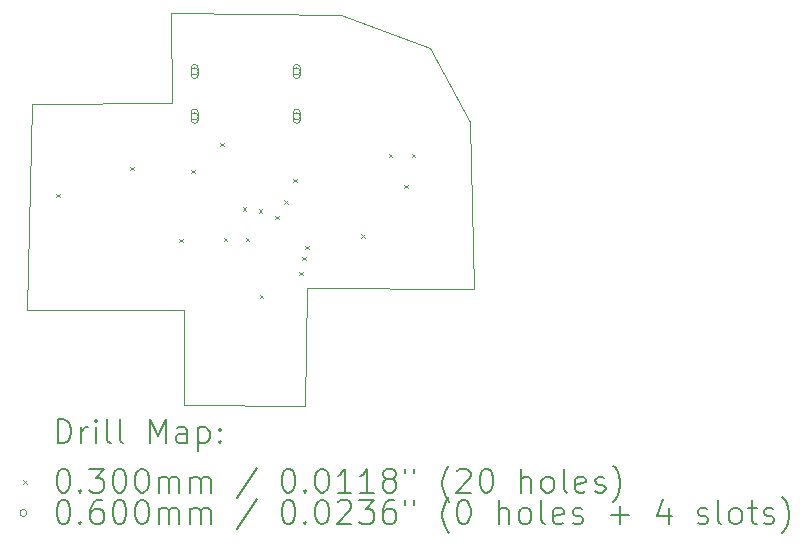
<source format=gbr>
%TF.GenerationSoftware,KiCad,Pcbnew,8.0.6*%
%TF.CreationDate,2025-05-21T19:35:11-04:00*%
%TF.ProjectId,ir_controller,69725f63-6f6e-4747-926f-6c6c65722e6b,rev?*%
%TF.SameCoordinates,Original*%
%TF.FileFunction,Drillmap*%
%TF.FilePolarity,Positive*%
%FSLAX45Y45*%
G04 Gerber Fmt 4.5, Leading zero omitted, Abs format (unit mm)*
G04 Created by KiCad (PCBNEW 8.0.6) date 2025-05-21 19:35:11*
%MOMM*%
%LPD*%
G01*
G04 APERTURE LIST*
%ADD10C,0.050000*%
%ADD11C,0.200000*%
%ADD12C,0.100000*%
G04 APERTURE END LIST*
D10*
X5641340Y-2890520D02*
X6390640Y-3175000D01*
X6733540Y-3799840D01*
X6764020Y-5214620D01*
X5356860Y-5201920D01*
X5339080Y-6202680D01*
X4312920Y-6197600D01*
X4312920Y-5392420D01*
X2984500Y-5387340D01*
X3025140Y-3649980D01*
X4206240Y-3639820D01*
X4198620Y-2877820D01*
X5641340Y-2890520D01*
D11*
D12*
X3228540Y-4407210D02*
X3258540Y-4437210D01*
X3258540Y-4407210D02*
X3228540Y-4437210D01*
X3858540Y-4177210D02*
X3888540Y-4207210D01*
X3888540Y-4177210D02*
X3858540Y-4207210D01*
X4269980Y-4785600D02*
X4299980Y-4815600D01*
X4299980Y-4785600D02*
X4269980Y-4815600D01*
X4373160Y-4201400D02*
X4403160Y-4231400D01*
X4403160Y-4201400D02*
X4373160Y-4231400D01*
X4620500Y-3975340D02*
X4650500Y-4005340D01*
X4650500Y-3975340D02*
X4620500Y-4005340D01*
X4648440Y-4779240D02*
X4678440Y-4809240D01*
X4678440Y-4779240D02*
X4648440Y-4809240D01*
X4810685Y-4518229D02*
X4840685Y-4548229D01*
X4840685Y-4518229D02*
X4810685Y-4548229D01*
X4832600Y-4779240D02*
X4862600Y-4809240D01*
X4862600Y-4779240D02*
X4832600Y-4809240D01*
X4945620Y-4539220D02*
X4975620Y-4569220D01*
X4975620Y-4539220D02*
X4945620Y-4569220D01*
X4953240Y-5263120D02*
X4983240Y-5293120D01*
X4983240Y-5263120D02*
X4953240Y-5293120D01*
X5082677Y-4590974D02*
X5112677Y-4620974D01*
X5112677Y-4590974D02*
X5082677Y-4620974D01*
X5158980Y-4460480D02*
X5188980Y-4490480D01*
X5188980Y-4460480D02*
X5158980Y-4490480D01*
X5238569Y-4280989D02*
X5268569Y-4310989D01*
X5268569Y-4280989D02*
X5238569Y-4310989D01*
X5288520Y-5065000D02*
X5318520Y-5095000D01*
X5318520Y-5065000D02*
X5288520Y-5095000D01*
X5313920Y-4939240D02*
X5343920Y-4969240D01*
X5343920Y-4939240D02*
X5313920Y-4969240D01*
X5336780Y-4846560D02*
X5366780Y-4876560D01*
X5366780Y-4846560D02*
X5336780Y-4876560D01*
X5812061Y-4747801D02*
X5842061Y-4777801D01*
X5842061Y-4747801D02*
X5812061Y-4777801D01*
X6044480Y-4068100D02*
X6074480Y-4098100D01*
X6074480Y-4068100D02*
X6044480Y-4098100D01*
X6178480Y-4328400D02*
X6208480Y-4358400D01*
X6208480Y-4328400D02*
X6178480Y-4358400D01*
X6238480Y-4068100D02*
X6268480Y-4098100D01*
X6268480Y-4068100D02*
X6238480Y-4098100D01*
X4431420Y-3370580D02*
G75*
G02*
X4371420Y-3370580I-30000J0D01*
G01*
X4371420Y-3370580D02*
G75*
G02*
X4431420Y-3370580I30000J0D01*
G01*
X4431420Y-3400580D02*
X4431420Y-3340580D01*
X4371420Y-3340580D02*
G75*
G02*
X4431420Y-3340580I30000J0D01*
G01*
X4371420Y-3340580D02*
X4371420Y-3400580D01*
X4371420Y-3400580D02*
G75*
G03*
X4431420Y-3400580I30000J0D01*
G01*
X4431420Y-3750580D02*
G75*
G02*
X4371420Y-3750580I-30000J0D01*
G01*
X4371420Y-3750580D02*
G75*
G02*
X4431420Y-3750580I30000J0D01*
G01*
X4431420Y-3780580D02*
X4431420Y-3720580D01*
X4371420Y-3720580D02*
G75*
G02*
X4431420Y-3720580I30000J0D01*
G01*
X4371420Y-3720580D02*
X4371420Y-3780580D01*
X4371420Y-3780580D02*
G75*
G03*
X4431420Y-3780580I30000J0D01*
G01*
X5295420Y-3370580D02*
G75*
G02*
X5235420Y-3370580I-30000J0D01*
G01*
X5235420Y-3370580D02*
G75*
G02*
X5295420Y-3370580I30000J0D01*
G01*
X5295420Y-3400580D02*
X5295420Y-3340580D01*
X5235420Y-3340580D02*
G75*
G02*
X5295420Y-3340580I30000J0D01*
G01*
X5235420Y-3340580D02*
X5235420Y-3400580D01*
X5235420Y-3400580D02*
G75*
G03*
X5295420Y-3400580I30000J0D01*
G01*
X5295420Y-3750580D02*
G75*
G02*
X5235420Y-3750580I-30000J0D01*
G01*
X5235420Y-3750580D02*
G75*
G02*
X5295420Y-3750580I30000J0D01*
G01*
X5295420Y-3780580D02*
X5295420Y-3720580D01*
X5235420Y-3720580D02*
G75*
G02*
X5295420Y-3720580I30000J0D01*
G01*
X5235420Y-3720580D02*
X5235420Y-3780580D01*
X5235420Y-3780580D02*
G75*
G03*
X5295420Y-3780580I30000J0D01*
G01*
D11*
X3242777Y-6516664D02*
X3242777Y-6316664D01*
X3242777Y-6316664D02*
X3290396Y-6316664D01*
X3290396Y-6316664D02*
X3318967Y-6326188D01*
X3318967Y-6326188D02*
X3338015Y-6345235D01*
X3338015Y-6345235D02*
X3347539Y-6364283D01*
X3347539Y-6364283D02*
X3357062Y-6402378D01*
X3357062Y-6402378D02*
X3357062Y-6430949D01*
X3357062Y-6430949D02*
X3347539Y-6469045D01*
X3347539Y-6469045D02*
X3338015Y-6488092D01*
X3338015Y-6488092D02*
X3318967Y-6507140D01*
X3318967Y-6507140D02*
X3290396Y-6516664D01*
X3290396Y-6516664D02*
X3242777Y-6516664D01*
X3442777Y-6516664D02*
X3442777Y-6383330D01*
X3442777Y-6421426D02*
X3452301Y-6402378D01*
X3452301Y-6402378D02*
X3461824Y-6392854D01*
X3461824Y-6392854D02*
X3480872Y-6383330D01*
X3480872Y-6383330D02*
X3499920Y-6383330D01*
X3566586Y-6516664D02*
X3566586Y-6383330D01*
X3566586Y-6316664D02*
X3557062Y-6326188D01*
X3557062Y-6326188D02*
X3566586Y-6335711D01*
X3566586Y-6335711D02*
X3576110Y-6326188D01*
X3576110Y-6326188D02*
X3566586Y-6316664D01*
X3566586Y-6316664D02*
X3566586Y-6335711D01*
X3690396Y-6516664D02*
X3671348Y-6507140D01*
X3671348Y-6507140D02*
X3661824Y-6488092D01*
X3661824Y-6488092D02*
X3661824Y-6316664D01*
X3795158Y-6516664D02*
X3776110Y-6507140D01*
X3776110Y-6507140D02*
X3766586Y-6488092D01*
X3766586Y-6488092D02*
X3766586Y-6316664D01*
X4023729Y-6516664D02*
X4023729Y-6316664D01*
X4023729Y-6316664D02*
X4090396Y-6459521D01*
X4090396Y-6459521D02*
X4157062Y-6316664D01*
X4157062Y-6316664D02*
X4157062Y-6516664D01*
X4338015Y-6516664D02*
X4338015Y-6411902D01*
X4338015Y-6411902D02*
X4328491Y-6392854D01*
X4328491Y-6392854D02*
X4309444Y-6383330D01*
X4309444Y-6383330D02*
X4271348Y-6383330D01*
X4271348Y-6383330D02*
X4252301Y-6392854D01*
X4338015Y-6507140D02*
X4318967Y-6516664D01*
X4318967Y-6516664D02*
X4271348Y-6516664D01*
X4271348Y-6516664D02*
X4252301Y-6507140D01*
X4252301Y-6507140D02*
X4242777Y-6488092D01*
X4242777Y-6488092D02*
X4242777Y-6469045D01*
X4242777Y-6469045D02*
X4252301Y-6449997D01*
X4252301Y-6449997D02*
X4271348Y-6440473D01*
X4271348Y-6440473D02*
X4318967Y-6440473D01*
X4318967Y-6440473D02*
X4338015Y-6430949D01*
X4433253Y-6383330D02*
X4433253Y-6583330D01*
X4433253Y-6392854D02*
X4452301Y-6383330D01*
X4452301Y-6383330D02*
X4490396Y-6383330D01*
X4490396Y-6383330D02*
X4509444Y-6392854D01*
X4509444Y-6392854D02*
X4518967Y-6402378D01*
X4518967Y-6402378D02*
X4528491Y-6421426D01*
X4528491Y-6421426D02*
X4528491Y-6478568D01*
X4528491Y-6478568D02*
X4518967Y-6497616D01*
X4518967Y-6497616D02*
X4509444Y-6507140D01*
X4509444Y-6507140D02*
X4490396Y-6516664D01*
X4490396Y-6516664D02*
X4452301Y-6516664D01*
X4452301Y-6516664D02*
X4433253Y-6507140D01*
X4614205Y-6497616D02*
X4623729Y-6507140D01*
X4623729Y-6507140D02*
X4614205Y-6516664D01*
X4614205Y-6516664D02*
X4604682Y-6507140D01*
X4604682Y-6507140D02*
X4614205Y-6497616D01*
X4614205Y-6497616D02*
X4614205Y-6516664D01*
X4614205Y-6392854D02*
X4623729Y-6402378D01*
X4623729Y-6402378D02*
X4614205Y-6411902D01*
X4614205Y-6411902D02*
X4604682Y-6402378D01*
X4604682Y-6402378D02*
X4614205Y-6392854D01*
X4614205Y-6392854D02*
X4614205Y-6411902D01*
D12*
X2952000Y-6830180D02*
X2982000Y-6860180D01*
X2982000Y-6830180D02*
X2952000Y-6860180D01*
D11*
X3280872Y-6736664D02*
X3299920Y-6736664D01*
X3299920Y-6736664D02*
X3318967Y-6746188D01*
X3318967Y-6746188D02*
X3328491Y-6755711D01*
X3328491Y-6755711D02*
X3338015Y-6774759D01*
X3338015Y-6774759D02*
X3347539Y-6812854D01*
X3347539Y-6812854D02*
X3347539Y-6860473D01*
X3347539Y-6860473D02*
X3338015Y-6898568D01*
X3338015Y-6898568D02*
X3328491Y-6917616D01*
X3328491Y-6917616D02*
X3318967Y-6927140D01*
X3318967Y-6927140D02*
X3299920Y-6936664D01*
X3299920Y-6936664D02*
X3280872Y-6936664D01*
X3280872Y-6936664D02*
X3261824Y-6927140D01*
X3261824Y-6927140D02*
X3252301Y-6917616D01*
X3252301Y-6917616D02*
X3242777Y-6898568D01*
X3242777Y-6898568D02*
X3233253Y-6860473D01*
X3233253Y-6860473D02*
X3233253Y-6812854D01*
X3233253Y-6812854D02*
X3242777Y-6774759D01*
X3242777Y-6774759D02*
X3252301Y-6755711D01*
X3252301Y-6755711D02*
X3261824Y-6746188D01*
X3261824Y-6746188D02*
X3280872Y-6736664D01*
X3433253Y-6917616D02*
X3442777Y-6927140D01*
X3442777Y-6927140D02*
X3433253Y-6936664D01*
X3433253Y-6936664D02*
X3423729Y-6927140D01*
X3423729Y-6927140D02*
X3433253Y-6917616D01*
X3433253Y-6917616D02*
X3433253Y-6936664D01*
X3509443Y-6736664D02*
X3633253Y-6736664D01*
X3633253Y-6736664D02*
X3566586Y-6812854D01*
X3566586Y-6812854D02*
X3595158Y-6812854D01*
X3595158Y-6812854D02*
X3614205Y-6822378D01*
X3614205Y-6822378D02*
X3623729Y-6831902D01*
X3623729Y-6831902D02*
X3633253Y-6850949D01*
X3633253Y-6850949D02*
X3633253Y-6898568D01*
X3633253Y-6898568D02*
X3623729Y-6917616D01*
X3623729Y-6917616D02*
X3614205Y-6927140D01*
X3614205Y-6927140D02*
X3595158Y-6936664D01*
X3595158Y-6936664D02*
X3538015Y-6936664D01*
X3538015Y-6936664D02*
X3518967Y-6927140D01*
X3518967Y-6927140D02*
X3509443Y-6917616D01*
X3757062Y-6736664D02*
X3776110Y-6736664D01*
X3776110Y-6736664D02*
X3795158Y-6746188D01*
X3795158Y-6746188D02*
X3804682Y-6755711D01*
X3804682Y-6755711D02*
X3814205Y-6774759D01*
X3814205Y-6774759D02*
X3823729Y-6812854D01*
X3823729Y-6812854D02*
X3823729Y-6860473D01*
X3823729Y-6860473D02*
X3814205Y-6898568D01*
X3814205Y-6898568D02*
X3804682Y-6917616D01*
X3804682Y-6917616D02*
X3795158Y-6927140D01*
X3795158Y-6927140D02*
X3776110Y-6936664D01*
X3776110Y-6936664D02*
X3757062Y-6936664D01*
X3757062Y-6936664D02*
X3738015Y-6927140D01*
X3738015Y-6927140D02*
X3728491Y-6917616D01*
X3728491Y-6917616D02*
X3718967Y-6898568D01*
X3718967Y-6898568D02*
X3709443Y-6860473D01*
X3709443Y-6860473D02*
X3709443Y-6812854D01*
X3709443Y-6812854D02*
X3718967Y-6774759D01*
X3718967Y-6774759D02*
X3728491Y-6755711D01*
X3728491Y-6755711D02*
X3738015Y-6746188D01*
X3738015Y-6746188D02*
X3757062Y-6736664D01*
X3947539Y-6736664D02*
X3966586Y-6736664D01*
X3966586Y-6736664D02*
X3985634Y-6746188D01*
X3985634Y-6746188D02*
X3995158Y-6755711D01*
X3995158Y-6755711D02*
X4004682Y-6774759D01*
X4004682Y-6774759D02*
X4014205Y-6812854D01*
X4014205Y-6812854D02*
X4014205Y-6860473D01*
X4014205Y-6860473D02*
X4004682Y-6898568D01*
X4004682Y-6898568D02*
X3995158Y-6917616D01*
X3995158Y-6917616D02*
X3985634Y-6927140D01*
X3985634Y-6927140D02*
X3966586Y-6936664D01*
X3966586Y-6936664D02*
X3947539Y-6936664D01*
X3947539Y-6936664D02*
X3928491Y-6927140D01*
X3928491Y-6927140D02*
X3918967Y-6917616D01*
X3918967Y-6917616D02*
X3909443Y-6898568D01*
X3909443Y-6898568D02*
X3899920Y-6860473D01*
X3899920Y-6860473D02*
X3899920Y-6812854D01*
X3899920Y-6812854D02*
X3909443Y-6774759D01*
X3909443Y-6774759D02*
X3918967Y-6755711D01*
X3918967Y-6755711D02*
X3928491Y-6746188D01*
X3928491Y-6746188D02*
X3947539Y-6736664D01*
X4099920Y-6936664D02*
X4099920Y-6803330D01*
X4099920Y-6822378D02*
X4109443Y-6812854D01*
X4109443Y-6812854D02*
X4128491Y-6803330D01*
X4128491Y-6803330D02*
X4157063Y-6803330D01*
X4157063Y-6803330D02*
X4176110Y-6812854D01*
X4176110Y-6812854D02*
X4185634Y-6831902D01*
X4185634Y-6831902D02*
X4185634Y-6936664D01*
X4185634Y-6831902D02*
X4195158Y-6812854D01*
X4195158Y-6812854D02*
X4214205Y-6803330D01*
X4214205Y-6803330D02*
X4242777Y-6803330D01*
X4242777Y-6803330D02*
X4261825Y-6812854D01*
X4261825Y-6812854D02*
X4271348Y-6831902D01*
X4271348Y-6831902D02*
X4271348Y-6936664D01*
X4366586Y-6936664D02*
X4366586Y-6803330D01*
X4366586Y-6822378D02*
X4376110Y-6812854D01*
X4376110Y-6812854D02*
X4395158Y-6803330D01*
X4395158Y-6803330D02*
X4423729Y-6803330D01*
X4423729Y-6803330D02*
X4442777Y-6812854D01*
X4442777Y-6812854D02*
X4452301Y-6831902D01*
X4452301Y-6831902D02*
X4452301Y-6936664D01*
X4452301Y-6831902D02*
X4461825Y-6812854D01*
X4461825Y-6812854D02*
X4480872Y-6803330D01*
X4480872Y-6803330D02*
X4509444Y-6803330D01*
X4509444Y-6803330D02*
X4528491Y-6812854D01*
X4528491Y-6812854D02*
X4538015Y-6831902D01*
X4538015Y-6831902D02*
X4538015Y-6936664D01*
X4928491Y-6727140D02*
X4757063Y-6984283D01*
X5185634Y-6736664D02*
X5204682Y-6736664D01*
X5204682Y-6736664D02*
X5223729Y-6746188D01*
X5223729Y-6746188D02*
X5233253Y-6755711D01*
X5233253Y-6755711D02*
X5242777Y-6774759D01*
X5242777Y-6774759D02*
X5252301Y-6812854D01*
X5252301Y-6812854D02*
X5252301Y-6860473D01*
X5252301Y-6860473D02*
X5242777Y-6898568D01*
X5242777Y-6898568D02*
X5233253Y-6917616D01*
X5233253Y-6917616D02*
X5223729Y-6927140D01*
X5223729Y-6927140D02*
X5204682Y-6936664D01*
X5204682Y-6936664D02*
X5185634Y-6936664D01*
X5185634Y-6936664D02*
X5166587Y-6927140D01*
X5166587Y-6927140D02*
X5157063Y-6917616D01*
X5157063Y-6917616D02*
X5147539Y-6898568D01*
X5147539Y-6898568D02*
X5138015Y-6860473D01*
X5138015Y-6860473D02*
X5138015Y-6812854D01*
X5138015Y-6812854D02*
X5147539Y-6774759D01*
X5147539Y-6774759D02*
X5157063Y-6755711D01*
X5157063Y-6755711D02*
X5166587Y-6746188D01*
X5166587Y-6746188D02*
X5185634Y-6736664D01*
X5338015Y-6917616D02*
X5347539Y-6927140D01*
X5347539Y-6927140D02*
X5338015Y-6936664D01*
X5338015Y-6936664D02*
X5328491Y-6927140D01*
X5328491Y-6927140D02*
X5338015Y-6917616D01*
X5338015Y-6917616D02*
X5338015Y-6936664D01*
X5471348Y-6736664D02*
X5490396Y-6736664D01*
X5490396Y-6736664D02*
X5509444Y-6746188D01*
X5509444Y-6746188D02*
X5518968Y-6755711D01*
X5518968Y-6755711D02*
X5528491Y-6774759D01*
X5528491Y-6774759D02*
X5538015Y-6812854D01*
X5538015Y-6812854D02*
X5538015Y-6860473D01*
X5538015Y-6860473D02*
X5528491Y-6898568D01*
X5528491Y-6898568D02*
X5518968Y-6917616D01*
X5518968Y-6917616D02*
X5509444Y-6927140D01*
X5509444Y-6927140D02*
X5490396Y-6936664D01*
X5490396Y-6936664D02*
X5471348Y-6936664D01*
X5471348Y-6936664D02*
X5452301Y-6927140D01*
X5452301Y-6927140D02*
X5442777Y-6917616D01*
X5442777Y-6917616D02*
X5433253Y-6898568D01*
X5433253Y-6898568D02*
X5423729Y-6860473D01*
X5423729Y-6860473D02*
X5423729Y-6812854D01*
X5423729Y-6812854D02*
X5433253Y-6774759D01*
X5433253Y-6774759D02*
X5442777Y-6755711D01*
X5442777Y-6755711D02*
X5452301Y-6746188D01*
X5452301Y-6746188D02*
X5471348Y-6736664D01*
X5728491Y-6936664D02*
X5614206Y-6936664D01*
X5671348Y-6936664D02*
X5671348Y-6736664D01*
X5671348Y-6736664D02*
X5652301Y-6765235D01*
X5652301Y-6765235D02*
X5633253Y-6784283D01*
X5633253Y-6784283D02*
X5614206Y-6793807D01*
X5918967Y-6936664D02*
X5804682Y-6936664D01*
X5861825Y-6936664D02*
X5861825Y-6736664D01*
X5861825Y-6736664D02*
X5842777Y-6765235D01*
X5842777Y-6765235D02*
X5823729Y-6784283D01*
X5823729Y-6784283D02*
X5804682Y-6793807D01*
X6033253Y-6822378D02*
X6014206Y-6812854D01*
X6014206Y-6812854D02*
X6004682Y-6803330D01*
X6004682Y-6803330D02*
X5995158Y-6784283D01*
X5995158Y-6784283D02*
X5995158Y-6774759D01*
X5995158Y-6774759D02*
X6004682Y-6755711D01*
X6004682Y-6755711D02*
X6014206Y-6746188D01*
X6014206Y-6746188D02*
X6033253Y-6736664D01*
X6033253Y-6736664D02*
X6071348Y-6736664D01*
X6071348Y-6736664D02*
X6090396Y-6746188D01*
X6090396Y-6746188D02*
X6099920Y-6755711D01*
X6099920Y-6755711D02*
X6109444Y-6774759D01*
X6109444Y-6774759D02*
X6109444Y-6784283D01*
X6109444Y-6784283D02*
X6099920Y-6803330D01*
X6099920Y-6803330D02*
X6090396Y-6812854D01*
X6090396Y-6812854D02*
X6071348Y-6822378D01*
X6071348Y-6822378D02*
X6033253Y-6822378D01*
X6033253Y-6822378D02*
X6014206Y-6831902D01*
X6014206Y-6831902D02*
X6004682Y-6841426D01*
X6004682Y-6841426D02*
X5995158Y-6860473D01*
X5995158Y-6860473D02*
X5995158Y-6898568D01*
X5995158Y-6898568D02*
X6004682Y-6917616D01*
X6004682Y-6917616D02*
X6014206Y-6927140D01*
X6014206Y-6927140D02*
X6033253Y-6936664D01*
X6033253Y-6936664D02*
X6071348Y-6936664D01*
X6071348Y-6936664D02*
X6090396Y-6927140D01*
X6090396Y-6927140D02*
X6099920Y-6917616D01*
X6099920Y-6917616D02*
X6109444Y-6898568D01*
X6109444Y-6898568D02*
X6109444Y-6860473D01*
X6109444Y-6860473D02*
X6099920Y-6841426D01*
X6099920Y-6841426D02*
X6090396Y-6831902D01*
X6090396Y-6831902D02*
X6071348Y-6822378D01*
X6185634Y-6736664D02*
X6185634Y-6774759D01*
X6261825Y-6736664D02*
X6261825Y-6774759D01*
X6557063Y-7012854D02*
X6547539Y-7003330D01*
X6547539Y-7003330D02*
X6528491Y-6974759D01*
X6528491Y-6974759D02*
X6518968Y-6955711D01*
X6518968Y-6955711D02*
X6509444Y-6927140D01*
X6509444Y-6927140D02*
X6499920Y-6879521D01*
X6499920Y-6879521D02*
X6499920Y-6841426D01*
X6499920Y-6841426D02*
X6509444Y-6793807D01*
X6509444Y-6793807D02*
X6518968Y-6765235D01*
X6518968Y-6765235D02*
X6528491Y-6746188D01*
X6528491Y-6746188D02*
X6547539Y-6717616D01*
X6547539Y-6717616D02*
X6557063Y-6708092D01*
X6623729Y-6755711D02*
X6633253Y-6746188D01*
X6633253Y-6746188D02*
X6652301Y-6736664D01*
X6652301Y-6736664D02*
X6699920Y-6736664D01*
X6699920Y-6736664D02*
X6718968Y-6746188D01*
X6718968Y-6746188D02*
X6728491Y-6755711D01*
X6728491Y-6755711D02*
X6738015Y-6774759D01*
X6738015Y-6774759D02*
X6738015Y-6793807D01*
X6738015Y-6793807D02*
X6728491Y-6822378D01*
X6728491Y-6822378D02*
X6614206Y-6936664D01*
X6614206Y-6936664D02*
X6738015Y-6936664D01*
X6861825Y-6736664D02*
X6880872Y-6736664D01*
X6880872Y-6736664D02*
X6899920Y-6746188D01*
X6899920Y-6746188D02*
X6909444Y-6755711D01*
X6909444Y-6755711D02*
X6918968Y-6774759D01*
X6918968Y-6774759D02*
X6928491Y-6812854D01*
X6928491Y-6812854D02*
X6928491Y-6860473D01*
X6928491Y-6860473D02*
X6918968Y-6898568D01*
X6918968Y-6898568D02*
X6909444Y-6917616D01*
X6909444Y-6917616D02*
X6899920Y-6927140D01*
X6899920Y-6927140D02*
X6880872Y-6936664D01*
X6880872Y-6936664D02*
X6861825Y-6936664D01*
X6861825Y-6936664D02*
X6842777Y-6927140D01*
X6842777Y-6927140D02*
X6833253Y-6917616D01*
X6833253Y-6917616D02*
X6823729Y-6898568D01*
X6823729Y-6898568D02*
X6814206Y-6860473D01*
X6814206Y-6860473D02*
X6814206Y-6812854D01*
X6814206Y-6812854D02*
X6823729Y-6774759D01*
X6823729Y-6774759D02*
X6833253Y-6755711D01*
X6833253Y-6755711D02*
X6842777Y-6746188D01*
X6842777Y-6746188D02*
X6861825Y-6736664D01*
X7166587Y-6936664D02*
X7166587Y-6736664D01*
X7252301Y-6936664D02*
X7252301Y-6831902D01*
X7252301Y-6831902D02*
X7242777Y-6812854D01*
X7242777Y-6812854D02*
X7223730Y-6803330D01*
X7223730Y-6803330D02*
X7195158Y-6803330D01*
X7195158Y-6803330D02*
X7176110Y-6812854D01*
X7176110Y-6812854D02*
X7166587Y-6822378D01*
X7376110Y-6936664D02*
X7357063Y-6927140D01*
X7357063Y-6927140D02*
X7347539Y-6917616D01*
X7347539Y-6917616D02*
X7338015Y-6898568D01*
X7338015Y-6898568D02*
X7338015Y-6841426D01*
X7338015Y-6841426D02*
X7347539Y-6822378D01*
X7347539Y-6822378D02*
X7357063Y-6812854D01*
X7357063Y-6812854D02*
X7376110Y-6803330D01*
X7376110Y-6803330D02*
X7404682Y-6803330D01*
X7404682Y-6803330D02*
X7423730Y-6812854D01*
X7423730Y-6812854D02*
X7433253Y-6822378D01*
X7433253Y-6822378D02*
X7442777Y-6841426D01*
X7442777Y-6841426D02*
X7442777Y-6898568D01*
X7442777Y-6898568D02*
X7433253Y-6917616D01*
X7433253Y-6917616D02*
X7423730Y-6927140D01*
X7423730Y-6927140D02*
X7404682Y-6936664D01*
X7404682Y-6936664D02*
X7376110Y-6936664D01*
X7557063Y-6936664D02*
X7538015Y-6927140D01*
X7538015Y-6927140D02*
X7528491Y-6908092D01*
X7528491Y-6908092D02*
X7528491Y-6736664D01*
X7709444Y-6927140D02*
X7690396Y-6936664D01*
X7690396Y-6936664D02*
X7652301Y-6936664D01*
X7652301Y-6936664D02*
X7633253Y-6927140D01*
X7633253Y-6927140D02*
X7623730Y-6908092D01*
X7623730Y-6908092D02*
X7623730Y-6831902D01*
X7623730Y-6831902D02*
X7633253Y-6812854D01*
X7633253Y-6812854D02*
X7652301Y-6803330D01*
X7652301Y-6803330D02*
X7690396Y-6803330D01*
X7690396Y-6803330D02*
X7709444Y-6812854D01*
X7709444Y-6812854D02*
X7718968Y-6831902D01*
X7718968Y-6831902D02*
X7718968Y-6850949D01*
X7718968Y-6850949D02*
X7623730Y-6869997D01*
X7795158Y-6927140D02*
X7814206Y-6936664D01*
X7814206Y-6936664D02*
X7852301Y-6936664D01*
X7852301Y-6936664D02*
X7871349Y-6927140D01*
X7871349Y-6927140D02*
X7880872Y-6908092D01*
X7880872Y-6908092D02*
X7880872Y-6898568D01*
X7880872Y-6898568D02*
X7871349Y-6879521D01*
X7871349Y-6879521D02*
X7852301Y-6869997D01*
X7852301Y-6869997D02*
X7823730Y-6869997D01*
X7823730Y-6869997D02*
X7804682Y-6860473D01*
X7804682Y-6860473D02*
X7795158Y-6841426D01*
X7795158Y-6841426D02*
X7795158Y-6831902D01*
X7795158Y-6831902D02*
X7804682Y-6812854D01*
X7804682Y-6812854D02*
X7823730Y-6803330D01*
X7823730Y-6803330D02*
X7852301Y-6803330D01*
X7852301Y-6803330D02*
X7871349Y-6812854D01*
X7947539Y-7012854D02*
X7957063Y-7003330D01*
X7957063Y-7003330D02*
X7976111Y-6974759D01*
X7976111Y-6974759D02*
X7985634Y-6955711D01*
X7985634Y-6955711D02*
X7995158Y-6927140D01*
X7995158Y-6927140D02*
X8004682Y-6879521D01*
X8004682Y-6879521D02*
X8004682Y-6841426D01*
X8004682Y-6841426D02*
X7995158Y-6793807D01*
X7995158Y-6793807D02*
X7985634Y-6765235D01*
X7985634Y-6765235D02*
X7976111Y-6746188D01*
X7976111Y-6746188D02*
X7957063Y-6717616D01*
X7957063Y-6717616D02*
X7947539Y-6708092D01*
D12*
X2982000Y-7109180D02*
G75*
G02*
X2922000Y-7109180I-30000J0D01*
G01*
X2922000Y-7109180D02*
G75*
G02*
X2982000Y-7109180I30000J0D01*
G01*
D11*
X3280872Y-7000664D02*
X3299920Y-7000664D01*
X3299920Y-7000664D02*
X3318967Y-7010188D01*
X3318967Y-7010188D02*
X3328491Y-7019711D01*
X3328491Y-7019711D02*
X3338015Y-7038759D01*
X3338015Y-7038759D02*
X3347539Y-7076854D01*
X3347539Y-7076854D02*
X3347539Y-7124473D01*
X3347539Y-7124473D02*
X3338015Y-7162568D01*
X3338015Y-7162568D02*
X3328491Y-7181616D01*
X3328491Y-7181616D02*
X3318967Y-7191140D01*
X3318967Y-7191140D02*
X3299920Y-7200664D01*
X3299920Y-7200664D02*
X3280872Y-7200664D01*
X3280872Y-7200664D02*
X3261824Y-7191140D01*
X3261824Y-7191140D02*
X3252301Y-7181616D01*
X3252301Y-7181616D02*
X3242777Y-7162568D01*
X3242777Y-7162568D02*
X3233253Y-7124473D01*
X3233253Y-7124473D02*
X3233253Y-7076854D01*
X3233253Y-7076854D02*
X3242777Y-7038759D01*
X3242777Y-7038759D02*
X3252301Y-7019711D01*
X3252301Y-7019711D02*
X3261824Y-7010188D01*
X3261824Y-7010188D02*
X3280872Y-7000664D01*
X3433253Y-7181616D02*
X3442777Y-7191140D01*
X3442777Y-7191140D02*
X3433253Y-7200664D01*
X3433253Y-7200664D02*
X3423729Y-7191140D01*
X3423729Y-7191140D02*
X3433253Y-7181616D01*
X3433253Y-7181616D02*
X3433253Y-7200664D01*
X3614205Y-7000664D02*
X3576110Y-7000664D01*
X3576110Y-7000664D02*
X3557062Y-7010188D01*
X3557062Y-7010188D02*
X3547539Y-7019711D01*
X3547539Y-7019711D02*
X3528491Y-7048283D01*
X3528491Y-7048283D02*
X3518967Y-7086378D01*
X3518967Y-7086378D02*
X3518967Y-7162568D01*
X3518967Y-7162568D02*
X3528491Y-7181616D01*
X3528491Y-7181616D02*
X3538015Y-7191140D01*
X3538015Y-7191140D02*
X3557062Y-7200664D01*
X3557062Y-7200664D02*
X3595158Y-7200664D01*
X3595158Y-7200664D02*
X3614205Y-7191140D01*
X3614205Y-7191140D02*
X3623729Y-7181616D01*
X3623729Y-7181616D02*
X3633253Y-7162568D01*
X3633253Y-7162568D02*
X3633253Y-7114949D01*
X3633253Y-7114949D02*
X3623729Y-7095902D01*
X3623729Y-7095902D02*
X3614205Y-7086378D01*
X3614205Y-7086378D02*
X3595158Y-7076854D01*
X3595158Y-7076854D02*
X3557062Y-7076854D01*
X3557062Y-7076854D02*
X3538015Y-7086378D01*
X3538015Y-7086378D02*
X3528491Y-7095902D01*
X3528491Y-7095902D02*
X3518967Y-7114949D01*
X3757062Y-7000664D02*
X3776110Y-7000664D01*
X3776110Y-7000664D02*
X3795158Y-7010188D01*
X3795158Y-7010188D02*
X3804682Y-7019711D01*
X3804682Y-7019711D02*
X3814205Y-7038759D01*
X3814205Y-7038759D02*
X3823729Y-7076854D01*
X3823729Y-7076854D02*
X3823729Y-7124473D01*
X3823729Y-7124473D02*
X3814205Y-7162568D01*
X3814205Y-7162568D02*
X3804682Y-7181616D01*
X3804682Y-7181616D02*
X3795158Y-7191140D01*
X3795158Y-7191140D02*
X3776110Y-7200664D01*
X3776110Y-7200664D02*
X3757062Y-7200664D01*
X3757062Y-7200664D02*
X3738015Y-7191140D01*
X3738015Y-7191140D02*
X3728491Y-7181616D01*
X3728491Y-7181616D02*
X3718967Y-7162568D01*
X3718967Y-7162568D02*
X3709443Y-7124473D01*
X3709443Y-7124473D02*
X3709443Y-7076854D01*
X3709443Y-7076854D02*
X3718967Y-7038759D01*
X3718967Y-7038759D02*
X3728491Y-7019711D01*
X3728491Y-7019711D02*
X3738015Y-7010188D01*
X3738015Y-7010188D02*
X3757062Y-7000664D01*
X3947539Y-7000664D02*
X3966586Y-7000664D01*
X3966586Y-7000664D02*
X3985634Y-7010188D01*
X3985634Y-7010188D02*
X3995158Y-7019711D01*
X3995158Y-7019711D02*
X4004682Y-7038759D01*
X4004682Y-7038759D02*
X4014205Y-7076854D01*
X4014205Y-7076854D02*
X4014205Y-7124473D01*
X4014205Y-7124473D02*
X4004682Y-7162568D01*
X4004682Y-7162568D02*
X3995158Y-7181616D01*
X3995158Y-7181616D02*
X3985634Y-7191140D01*
X3985634Y-7191140D02*
X3966586Y-7200664D01*
X3966586Y-7200664D02*
X3947539Y-7200664D01*
X3947539Y-7200664D02*
X3928491Y-7191140D01*
X3928491Y-7191140D02*
X3918967Y-7181616D01*
X3918967Y-7181616D02*
X3909443Y-7162568D01*
X3909443Y-7162568D02*
X3899920Y-7124473D01*
X3899920Y-7124473D02*
X3899920Y-7076854D01*
X3899920Y-7076854D02*
X3909443Y-7038759D01*
X3909443Y-7038759D02*
X3918967Y-7019711D01*
X3918967Y-7019711D02*
X3928491Y-7010188D01*
X3928491Y-7010188D02*
X3947539Y-7000664D01*
X4099920Y-7200664D02*
X4099920Y-7067330D01*
X4099920Y-7086378D02*
X4109443Y-7076854D01*
X4109443Y-7076854D02*
X4128491Y-7067330D01*
X4128491Y-7067330D02*
X4157063Y-7067330D01*
X4157063Y-7067330D02*
X4176110Y-7076854D01*
X4176110Y-7076854D02*
X4185634Y-7095902D01*
X4185634Y-7095902D02*
X4185634Y-7200664D01*
X4185634Y-7095902D02*
X4195158Y-7076854D01*
X4195158Y-7076854D02*
X4214205Y-7067330D01*
X4214205Y-7067330D02*
X4242777Y-7067330D01*
X4242777Y-7067330D02*
X4261825Y-7076854D01*
X4261825Y-7076854D02*
X4271348Y-7095902D01*
X4271348Y-7095902D02*
X4271348Y-7200664D01*
X4366586Y-7200664D02*
X4366586Y-7067330D01*
X4366586Y-7086378D02*
X4376110Y-7076854D01*
X4376110Y-7076854D02*
X4395158Y-7067330D01*
X4395158Y-7067330D02*
X4423729Y-7067330D01*
X4423729Y-7067330D02*
X4442777Y-7076854D01*
X4442777Y-7076854D02*
X4452301Y-7095902D01*
X4452301Y-7095902D02*
X4452301Y-7200664D01*
X4452301Y-7095902D02*
X4461825Y-7076854D01*
X4461825Y-7076854D02*
X4480872Y-7067330D01*
X4480872Y-7067330D02*
X4509444Y-7067330D01*
X4509444Y-7067330D02*
X4528491Y-7076854D01*
X4528491Y-7076854D02*
X4538015Y-7095902D01*
X4538015Y-7095902D02*
X4538015Y-7200664D01*
X4928491Y-6991140D02*
X4757063Y-7248283D01*
X5185634Y-7000664D02*
X5204682Y-7000664D01*
X5204682Y-7000664D02*
X5223729Y-7010188D01*
X5223729Y-7010188D02*
X5233253Y-7019711D01*
X5233253Y-7019711D02*
X5242777Y-7038759D01*
X5242777Y-7038759D02*
X5252301Y-7076854D01*
X5252301Y-7076854D02*
X5252301Y-7124473D01*
X5252301Y-7124473D02*
X5242777Y-7162568D01*
X5242777Y-7162568D02*
X5233253Y-7181616D01*
X5233253Y-7181616D02*
X5223729Y-7191140D01*
X5223729Y-7191140D02*
X5204682Y-7200664D01*
X5204682Y-7200664D02*
X5185634Y-7200664D01*
X5185634Y-7200664D02*
X5166587Y-7191140D01*
X5166587Y-7191140D02*
X5157063Y-7181616D01*
X5157063Y-7181616D02*
X5147539Y-7162568D01*
X5147539Y-7162568D02*
X5138015Y-7124473D01*
X5138015Y-7124473D02*
X5138015Y-7076854D01*
X5138015Y-7076854D02*
X5147539Y-7038759D01*
X5147539Y-7038759D02*
X5157063Y-7019711D01*
X5157063Y-7019711D02*
X5166587Y-7010188D01*
X5166587Y-7010188D02*
X5185634Y-7000664D01*
X5338015Y-7181616D02*
X5347539Y-7191140D01*
X5347539Y-7191140D02*
X5338015Y-7200664D01*
X5338015Y-7200664D02*
X5328491Y-7191140D01*
X5328491Y-7191140D02*
X5338015Y-7181616D01*
X5338015Y-7181616D02*
X5338015Y-7200664D01*
X5471348Y-7000664D02*
X5490396Y-7000664D01*
X5490396Y-7000664D02*
X5509444Y-7010188D01*
X5509444Y-7010188D02*
X5518968Y-7019711D01*
X5518968Y-7019711D02*
X5528491Y-7038759D01*
X5528491Y-7038759D02*
X5538015Y-7076854D01*
X5538015Y-7076854D02*
X5538015Y-7124473D01*
X5538015Y-7124473D02*
X5528491Y-7162568D01*
X5528491Y-7162568D02*
X5518968Y-7181616D01*
X5518968Y-7181616D02*
X5509444Y-7191140D01*
X5509444Y-7191140D02*
X5490396Y-7200664D01*
X5490396Y-7200664D02*
X5471348Y-7200664D01*
X5471348Y-7200664D02*
X5452301Y-7191140D01*
X5452301Y-7191140D02*
X5442777Y-7181616D01*
X5442777Y-7181616D02*
X5433253Y-7162568D01*
X5433253Y-7162568D02*
X5423729Y-7124473D01*
X5423729Y-7124473D02*
X5423729Y-7076854D01*
X5423729Y-7076854D02*
X5433253Y-7038759D01*
X5433253Y-7038759D02*
X5442777Y-7019711D01*
X5442777Y-7019711D02*
X5452301Y-7010188D01*
X5452301Y-7010188D02*
X5471348Y-7000664D01*
X5614206Y-7019711D02*
X5623729Y-7010188D01*
X5623729Y-7010188D02*
X5642777Y-7000664D01*
X5642777Y-7000664D02*
X5690396Y-7000664D01*
X5690396Y-7000664D02*
X5709444Y-7010188D01*
X5709444Y-7010188D02*
X5718967Y-7019711D01*
X5718967Y-7019711D02*
X5728491Y-7038759D01*
X5728491Y-7038759D02*
X5728491Y-7057807D01*
X5728491Y-7057807D02*
X5718967Y-7086378D01*
X5718967Y-7086378D02*
X5604682Y-7200664D01*
X5604682Y-7200664D02*
X5728491Y-7200664D01*
X5795158Y-7000664D02*
X5918967Y-7000664D01*
X5918967Y-7000664D02*
X5852301Y-7076854D01*
X5852301Y-7076854D02*
X5880872Y-7076854D01*
X5880872Y-7076854D02*
X5899920Y-7086378D01*
X5899920Y-7086378D02*
X5909444Y-7095902D01*
X5909444Y-7095902D02*
X5918967Y-7114949D01*
X5918967Y-7114949D02*
X5918967Y-7162568D01*
X5918967Y-7162568D02*
X5909444Y-7181616D01*
X5909444Y-7181616D02*
X5899920Y-7191140D01*
X5899920Y-7191140D02*
X5880872Y-7200664D01*
X5880872Y-7200664D02*
X5823729Y-7200664D01*
X5823729Y-7200664D02*
X5804682Y-7191140D01*
X5804682Y-7191140D02*
X5795158Y-7181616D01*
X6090396Y-7000664D02*
X6052301Y-7000664D01*
X6052301Y-7000664D02*
X6033253Y-7010188D01*
X6033253Y-7010188D02*
X6023729Y-7019711D01*
X6023729Y-7019711D02*
X6004682Y-7048283D01*
X6004682Y-7048283D02*
X5995158Y-7086378D01*
X5995158Y-7086378D02*
X5995158Y-7162568D01*
X5995158Y-7162568D02*
X6004682Y-7181616D01*
X6004682Y-7181616D02*
X6014206Y-7191140D01*
X6014206Y-7191140D02*
X6033253Y-7200664D01*
X6033253Y-7200664D02*
X6071348Y-7200664D01*
X6071348Y-7200664D02*
X6090396Y-7191140D01*
X6090396Y-7191140D02*
X6099920Y-7181616D01*
X6099920Y-7181616D02*
X6109444Y-7162568D01*
X6109444Y-7162568D02*
X6109444Y-7114949D01*
X6109444Y-7114949D02*
X6099920Y-7095902D01*
X6099920Y-7095902D02*
X6090396Y-7086378D01*
X6090396Y-7086378D02*
X6071348Y-7076854D01*
X6071348Y-7076854D02*
X6033253Y-7076854D01*
X6033253Y-7076854D02*
X6014206Y-7086378D01*
X6014206Y-7086378D02*
X6004682Y-7095902D01*
X6004682Y-7095902D02*
X5995158Y-7114949D01*
X6185634Y-7000664D02*
X6185634Y-7038759D01*
X6261825Y-7000664D02*
X6261825Y-7038759D01*
X6557063Y-7276854D02*
X6547539Y-7267330D01*
X6547539Y-7267330D02*
X6528491Y-7238759D01*
X6528491Y-7238759D02*
X6518968Y-7219711D01*
X6518968Y-7219711D02*
X6509444Y-7191140D01*
X6509444Y-7191140D02*
X6499920Y-7143521D01*
X6499920Y-7143521D02*
X6499920Y-7105426D01*
X6499920Y-7105426D02*
X6509444Y-7057807D01*
X6509444Y-7057807D02*
X6518968Y-7029235D01*
X6518968Y-7029235D02*
X6528491Y-7010188D01*
X6528491Y-7010188D02*
X6547539Y-6981616D01*
X6547539Y-6981616D02*
X6557063Y-6972092D01*
X6671348Y-7000664D02*
X6690396Y-7000664D01*
X6690396Y-7000664D02*
X6709444Y-7010188D01*
X6709444Y-7010188D02*
X6718968Y-7019711D01*
X6718968Y-7019711D02*
X6728491Y-7038759D01*
X6728491Y-7038759D02*
X6738015Y-7076854D01*
X6738015Y-7076854D02*
X6738015Y-7124473D01*
X6738015Y-7124473D02*
X6728491Y-7162568D01*
X6728491Y-7162568D02*
X6718968Y-7181616D01*
X6718968Y-7181616D02*
X6709444Y-7191140D01*
X6709444Y-7191140D02*
X6690396Y-7200664D01*
X6690396Y-7200664D02*
X6671348Y-7200664D01*
X6671348Y-7200664D02*
X6652301Y-7191140D01*
X6652301Y-7191140D02*
X6642777Y-7181616D01*
X6642777Y-7181616D02*
X6633253Y-7162568D01*
X6633253Y-7162568D02*
X6623729Y-7124473D01*
X6623729Y-7124473D02*
X6623729Y-7076854D01*
X6623729Y-7076854D02*
X6633253Y-7038759D01*
X6633253Y-7038759D02*
X6642777Y-7019711D01*
X6642777Y-7019711D02*
X6652301Y-7010188D01*
X6652301Y-7010188D02*
X6671348Y-7000664D01*
X6976110Y-7200664D02*
X6976110Y-7000664D01*
X7061825Y-7200664D02*
X7061825Y-7095902D01*
X7061825Y-7095902D02*
X7052301Y-7076854D01*
X7052301Y-7076854D02*
X7033253Y-7067330D01*
X7033253Y-7067330D02*
X7004682Y-7067330D01*
X7004682Y-7067330D02*
X6985634Y-7076854D01*
X6985634Y-7076854D02*
X6976110Y-7086378D01*
X7185634Y-7200664D02*
X7166587Y-7191140D01*
X7166587Y-7191140D02*
X7157063Y-7181616D01*
X7157063Y-7181616D02*
X7147539Y-7162568D01*
X7147539Y-7162568D02*
X7147539Y-7105426D01*
X7147539Y-7105426D02*
X7157063Y-7086378D01*
X7157063Y-7086378D02*
X7166587Y-7076854D01*
X7166587Y-7076854D02*
X7185634Y-7067330D01*
X7185634Y-7067330D02*
X7214206Y-7067330D01*
X7214206Y-7067330D02*
X7233253Y-7076854D01*
X7233253Y-7076854D02*
X7242777Y-7086378D01*
X7242777Y-7086378D02*
X7252301Y-7105426D01*
X7252301Y-7105426D02*
X7252301Y-7162568D01*
X7252301Y-7162568D02*
X7242777Y-7181616D01*
X7242777Y-7181616D02*
X7233253Y-7191140D01*
X7233253Y-7191140D02*
X7214206Y-7200664D01*
X7214206Y-7200664D02*
X7185634Y-7200664D01*
X7366587Y-7200664D02*
X7347539Y-7191140D01*
X7347539Y-7191140D02*
X7338015Y-7172092D01*
X7338015Y-7172092D02*
X7338015Y-7000664D01*
X7518968Y-7191140D02*
X7499920Y-7200664D01*
X7499920Y-7200664D02*
X7461825Y-7200664D01*
X7461825Y-7200664D02*
X7442777Y-7191140D01*
X7442777Y-7191140D02*
X7433253Y-7172092D01*
X7433253Y-7172092D02*
X7433253Y-7095902D01*
X7433253Y-7095902D02*
X7442777Y-7076854D01*
X7442777Y-7076854D02*
X7461825Y-7067330D01*
X7461825Y-7067330D02*
X7499920Y-7067330D01*
X7499920Y-7067330D02*
X7518968Y-7076854D01*
X7518968Y-7076854D02*
X7528491Y-7095902D01*
X7528491Y-7095902D02*
X7528491Y-7114949D01*
X7528491Y-7114949D02*
X7433253Y-7133997D01*
X7604682Y-7191140D02*
X7623730Y-7200664D01*
X7623730Y-7200664D02*
X7661825Y-7200664D01*
X7661825Y-7200664D02*
X7680872Y-7191140D01*
X7680872Y-7191140D02*
X7690396Y-7172092D01*
X7690396Y-7172092D02*
X7690396Y-7162568D01*
X7690396Y-7162568D02*
X7680872Y-7143521D01*
X7680872Y-7143521D02*
X7661825Y-7133997D01*
X7661825Y-7133997D02*
X7633253Y-7133997D01*
X7633253Y-7133997D02*
X7614206Y-7124473D01*
X7614206Y-7124473D02*
X7604682Y-7105426D01*
X7604682Y-7105426D02*
X7604682Y-7095902D01*
X7604682Y-7095902D02*
X7614206Y-7076854D01*
X7614206Y-7076854D02*
X7633253Y-7067330D01*
X7633253Y-7067330D02*
X7661825Y-7067330D01*
X7661825Y-7067330D02*
X7680872Y-7076854D01*
X7928492Y-7124473D02*
X8080873Y-7124473D01*
X8004682Y-7200664D02*
X8004682Y-7048283D01*
X8414206Y-7067330D02*
X8414206Y-7200664D01*
X8366587Y-6991140D02*
X8318968Y-7133997D01*
X8318968Y-7133997D02*
X8442777Y-7133997D01*
X8661825Y-7191140D02*
X8680873Y-7200664D01*
X8680873Y-7200664D02*
X8718968Y-7200664D01*
X8718968Y-7200664D02*
X8738016Y-7191140D01*
X8738016Y-7191140D02*
X8747539Y-7172092D01*
X8747539Y-7172092D02*
X8747539Y-7162568D01*
X8747539Y-7162568D02*
X8738016Y-7143521D01*
X8738016Y-7143521D02*
X8718968Y-7133997D01*
X8718968Y-7133997D02*
X8690396Y-7133997D01*
X8690396Y-7133997D02*
X8671349Y-7124473D01*
X8671349Y-7124473D02*
X8661825Y-7105426D01*
X8661825Y-7105426D02*
X8661825Y-7095902D01*
X8661825Y-7095902D02*
X8671349Y-7076854D01*
X8671349Y-7076854D02*
X8690396Y-7067330D01*
X8690396Y-7067330D02*
X8718968Y-7067330D01*
X8718968Y-7067330D02*
X8738016Y-7076854D01*
X8861825Y-7200664D02*
X8842777Y-7191140D01*
X8842777Y-7191140D02*
X8833254Y-7172092D01*
X8833254Y-7172092D02*
X8833254Y-7000664D01*
X8966587Y-7200664D02*
X8947539Y-7191140D01*
X8947539Y-7191140D02*
X8938016Y-7181616D01*
X8938016Y-7181616D02*
X8928492Y-7162568D01*
X8928492Y-7162568D02*
X8928492Y-7105426D01*
X8928492Y-7105426D02*
X8938016Y-7086378D01*
X8938016Y-7086378D02*
X8947539Y-7076854D01*
X8947539Y-7076854D02*
X8966587Y-7067330D01*
X8966587Y-7067330D02*
X8995158Y-7067330D01*
X8995158Y-7067330D02*
X9014206Y-7076854D01*
X9014206Y-7076854D02*
X9023730Y-7086378D01*
X9023730Y-7086378D02*
X9033254Y-7105426D01*
X9033254Y-7105426D02*
X9033254Y-7162568D01*
X9033254Y-7162568D02*
X9023730Y-7181616D01*
X9023730Y-7181616D02*
X9014206Y-7191140D01*
X9014206Y-7191140D02*
X8995158Y-7200664D01*
X8995158Y-7200664D02*
X8966587Y-7200664D01*
X9090397Y-7067330D02*
X9166587Y-7067330D01*
X9118968Y-7000664D02*
X9118968Y-7172092D01*
X9118968Y-7172092D02*
X9128492Y-7191140D01*
X9128492Y-7191140D02*
X9147539Y-7200664D01*
X9147539Y-7200664D02*
X9166587Y-7200664D01*
X9223730Y-7191140D02*
X9242777Y-7200664D01*
X9242777Y-7200664D02*
X9280873Y-7200664D01*
X9280873Y-7200664D02*
X9299920Y-7191140D01*
X9299920Y-7191140D02*
X9309444Y-7172092D01*
X9309444Y-7172092D02*
X9309444Y-7162568D01*
X9309444Y-7162568D02*
X9299920Y-7143521D01*
X9299920Y-7143521D02*
X9280873Y-7133997D01*
X9280873Y-7133997D02*
X9252301Y-7133997D01*
X9252301Y-7133997D02*
X9233254Y-7124473D01*
X9233254Y-7124473D02*
X9223730Y-7105426D01*
X9223730Y-7105426D02*
X9223730Y-7095902D01*
X9223730Y-7095902D02*
X9233254Y-7076854D01*
X9233254Y-7076854D02*
X9252301Y-7067330D01*
X9252301Y-7067330D02*
X9280873Y-7067330D01*
X9280873Y-7067330D02*
X9299920Y-7076854D01*
X9376111Y-7276854D02*
X9385635Y-7267330D01*
X9385635Y-7267330D02*
X9404682Y-7238759D01*
X9404682Y-7238759D02*
X9414206Y-7219711D01*
X9414206Y-7219711D02*
X9423730Y-7191140D01*
X9423730Y-7191140D02*
X9433254Y-7143521D01*
X9433254Y-7143521D02*
X9433254Y-7105426D01*
X9433254Y-7105426D02*
X9423730Y-7057807D01*
X9423730Y-7057807D02*
X9414206Y-7029235D01*
X9414206Y-7029235D02*
X9404682Y-7010188D01*
X9404682Y-7010188D02*
X9385635Y-6981616D01*
X9385635Y-6981616D02*
X9376111Y-6972092D01*
M02*

</source>
